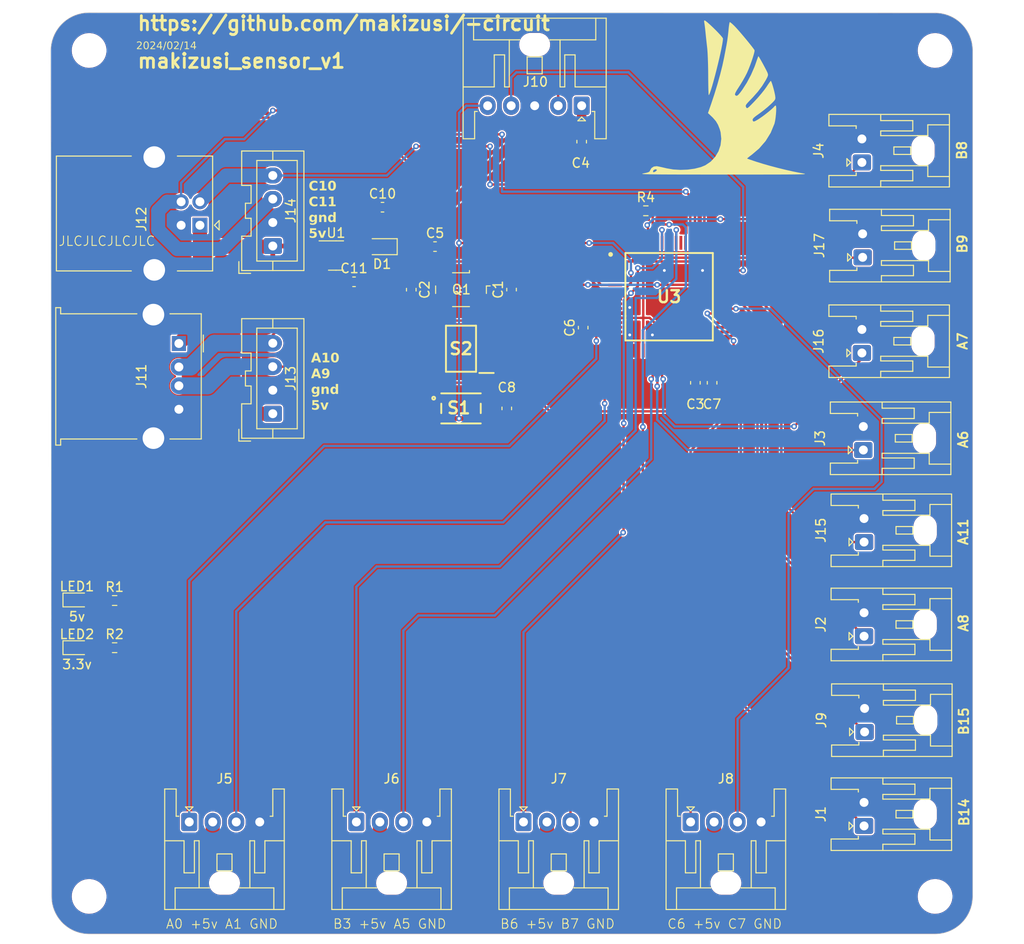
<source format=kicad_pcb>
(kicad_pcb (version 20221018) (generator pcbnew)
  (layers (0 "F.Cu" signal) (31 "B.Cu" signal) (34 "B.Paste" user) (35 "F.Paste" user) (36 "B.SilkS" user "B.Silkscreen") (37 "F.SilkS" user "F.Silkscreen") (38 "B.Mask" user) (39 "F.Mask" user) (44 "Edge.Cuts" user))
  (net 0 "")
  (net 1 "Net-(U3-PH0-OSC_IN)")
  (net 2 "Net-(U3-PH1-OSC_OUT)")
  (net 3 "GND")
  (net 4 "Net-(U3-VCAP_1)")
  (net 5 "+3.3V")
  (net 6 "nrst")
  (net 7 "swclk")
  (net 8 "swdio")
  (net 9 "Net-(U1-OUT)")
  (net 10 "B6")
  (net 11 "B7")
  (net 12 "B8")
  (net 13 "B9")
  (net 14 "Net-(U1-ADJ)")
  (net 15 "Net-(LED1-A)")
  (net 16 "Net-(LED2-A)")
  (net 17 "C6")
  (net 18 "C7")
  (net 19 "C8")
  (net 20 "C9")
  (net 21 "C10")
  (net 22 "C11")
  (net 23 "Net-(U3-BOOT0)")
  (net 24 "Net-(U3-PC3)")
  (net 25 "Net-(U3-PC2)")
  (net 26 "+5V")
  (net 27 "Net-(U3-PC1)")
  (net 28 "A9")
  (net 29 "A10")
  (net 30 "Net-(U3-PC0)")
  (net 34 "A0")
  (net 35 "A1")
  (net 36 "B15")
  (net 37 "B14")
  (net 39 "A8")
  (net 40 "A11")
  (net 41 "A6")
  (net 44 "A7")
  (net 45 "B3")
  (net 46 "A5")
  (net 50 "A2")
  (net 51 "A3")
  (net 52 "B0")
  (net 53 "B1")
  (net 58 "B2")
  (footprint "Diode_SMD:D_SOD-323" (layer "F.Cu") (at 141.1647 70.8762 180)
    (fp_text reference "D1")
    (fp_text value "BAT60JFILM")
  )
  (footprint "Capacitor_SMD:C_0603_1608Metric" (layer "F.Cu") (at 176.276 85.357 -90)
    (fp_text reference "C7")
    (fp_text value "0.1uF")
  )
  (footprint "Connector_JST:JST_XA_S04B-XASK-1_1x04_P2.50mm_Horizontal" (layer "F.Cu") (at 120.65 132.08)
    (fp_text reference "J5")
    (fp_text value "encoder")
  )
  (footprint "Connector_JST:JST_XA_S02B-XASK-1_1x02_P2.50mm_Horizontal" (layer "F.Cu") (at 192.5 122.5 90)
    (fp_text reference "J9")
    (fp_text value "LS")
  )
  (footprint "Crystal:Crystal_SMD_Abracon_ABM3B-4Pin_5.0x3.2mm" (layer "F.Cu") (at 149.563 75.451 180)
    (fp_text reference "Q1")
    (fp_text value "ABM3B-8.000MHZ-B2-T")
  )
  (footprint "Connector_JST:JST_XA_S02B-XASK-1_1x02_P2.50mm_Horizontal" (layer "F.Cu") (at 192.36718 92.508153 90)
    (fp_text reference "J3")
    (fp_text value "LS")
  )
  (footprint "Resistor_SMD:R_0603_1608Metric" (layer "F.Cu") (at 112.713 108.518)
    (fp_text reference "R1")
    (fp_text value "4.7k")
  )
  (footprint "Capacitor_SMD:C_0603_1608Metric" (layer "F.Cu") (at 154.94 75.44 90)
    (fp_text reference "C1")
    (fp_text value "22pF")
  )
  (footprint "MountingHole:MountingHole_3.2mm_M3" (layer "F.Cu") (at 110 140)
    (fp_text reference "REF**" hide)
    (fp_text value "MountingHole_3.2mm_M3")
  )
  (footprint "LED_SMD:LED_0603_1608Metric" (layer "F.Cu") (at 108.703 108.458)
    (fp_text reference "LED1")
    (fp_text value "5v")
  )
  (footprint "Connector_USB:USB_A_Molex_67643_Horizontal" (layer "F.Cu") (at 119.55 81.175 -90)
    (fp_text reference "J11")
    (fp_text value "USB_A")
  )
  (footprint "MountingHole:MountingHole_3.2mm_M3" (layer "F.Cu") (at 110 50)
    (fp_text reference "REF**" hide)
    (fp_text value "MountingHole_3.2mm_M3")
  )
  (footprint "Resistor_SMD:R_0603_1608Metric" (layer "F.Cu") (at 169.227 67.056)
    (fp_text reference "R4")
    (fp_text value "10k")
  )
  (footprint "Connector_JST:JST_XA_B04B-XASK-1_1x04_P2.50mm_Vertical" (layer "F.Cu") (at 129.54 70.805 90)
    (fp_text reference "J14")
    (fp_text value "Conn_01x04")
  )
  (footprint "Connector_JST:JST_XA_S02B-XASK-1_1x02_P2.50mm_Horizontal" (layer "F.Cu") (at 192.44367 112.319004 90)
    (fp_text reference "J2")
    (fp_text value "LS")
  )
  (footprint "MountingHole:MountingHole_3.2mm_M3" (layer "F.Cu") (at 200 140)
    (fp_text reference "REF**" hide)
    (fp_text value "MountingHole_3.2mm_M3")
  )
  (footprint "Connector_JST:JST_XA_S04B-XASK-1_1x04_P2.50mm_Horizontal" (layer "F.Cu") (at 173.99 132.08)
    (fp_text reference "J8")
    (fp_text value "encoder")
  )
  (footprint "Capacitor_SMD:C_0603_1608Metric" (layer "F.Cu") (at 162.4 59.703 -90)
    (fp_text reference "C4")
    (fp_text value "0.1uF")
  )
  (footprint "Connector_JST:JST_XA_S02B-XASK-1_1x02_P2.50mm_Horizontal" (layer "F.Cu") (at 192.214201 61.912244 90)
    (fp_text reference "J4")
    (fp_text value "LS")
  )
  (footprint "Library:sken" (layer "F.Cu") (at 177.604293 61.444813)
    (fp_text reference "G***" hide)
    (fp_text value "LOGO" hide)
  )
  (footprint "SamacSys:QFP50P1200X1200X160-64N" (layer "F.Cu") (at 171.704 76.2)
    (fp_text reference "U3")
    (fp_text value "STM32F446RCT7" hide)
  )
  (footprint "Capacitor_SMD:C_0603_1608Metric" (layer "F.Cu") (at 146.799 70.866)
    (fp_text reference "C5")
    (fp_text value "0.1uF")
  )
  (footprint "Connector_USB:USB_B_Lumberg_2411_02_Horizontal" (layer "F.Cu") (at 121.7875 68.595 180)
    (fp_text reference "J12")
    (fp_text value "USB_B")
  )
  (footprint "Package_TO_SOT_SMD:SOT-23-5" (layer "F.Cu") (at 136.2655 71.816)
    (fp_text reference "U1")
    (fp_text value "SPX3819M5-L")
  )
  (footprint "LED_SMD:LED_0603_1608Metric" (layer "F.Cu") (at 108.703 113.538)
    (fp_text reference "LED2")
    (fp_text value "3.3v")
  )
  (footprint "Connector_JST:JST_XA_S05B-XASK-1_1x05_P2.50mm_Horizontal" (layer "F.Cu") (at 162.4 55.88 180)
    (fp_text reference "J10")
    (fp_text value "stlink")
  )
  (footprint "Connector_JST:JST_XA_B04B-XASK-1_1x04_P2.50mm_Vertical" (layer "F.Cu") (at 129.54 88.645 90)
    (fp_text reference "J13")
    (fp_text value "Conn_01x04")
  )
  (footprint "Connector_JST:JST_XA_S02B-XASK-1_1x02_P2.50mm_Horizontal" (layer "F.Cu") (at 192.44367 102.298844 90)
    (fp_text reference "J15")
    (fp_text value "LS")
  )
  (footprint "MountingHole:MountingHole_3.2mm_M3" (layer "F.Cu") (at 200 50)
    (fp_text reference "REF**" hide)
    (fp_text value "MountingHole_3.2mm_M3")
  )
  (footprint "Connector_JST:JST_XA_S02B-XASK-1_1x02_P2.50mm_Horizontal" (layer "F.Cu") (at 192.44367 132.5 90)
    (fp_text reference "J1")
    (fp_text value "LS")
  )
  (footprint "SamacSys:SMT_4.2X3.2_" (layer "F.Cu") (at 149.563 88.081)
    (fp_text reference "S1")
    (fp_text value "SKRPACE010" hide)
  )
  (footprint "Connector_JST:JST_XA_S02B-XASK-1_1x02_P2.50mm_Horizontal" (layer "F.Cu") (at 192.214201 82.182034 90)
    (fp_text reference "J16")
    (fp_text value "LS")
  )
  (footprint "Connector_JST:JST_XA_S04B-XASK-1_1x04_P2.50mm_Horizontal" (layer "F.Cu") (at 138.43 132.08)
    (fp_text reference "J6")
    (fp_text value "encoder")
  )
  (footprint "SamacSys:NE555DR" (layer "F.Cu") (at 149.563 81.731 180)
    (fp_text reference "S2")
    (fp_text value "KHS42E" hide)
  )
  (footprint "Capacitor_SMD:C_0603_1608Metric" (layer "F.Cu") (at 144.272 75.451 -90)
    (fp_text reference "C2")
    (fp_text value "22pF")
  )
  (footprint "Capacitor_SMD:C_0603_1608Metric" (layer "F.Cu") (at 141.211 66.675)
    (fp_text reference "C10")
    (fp_text value "2.2uF")
  )
  (footprint "Capacitor_SMD:C_0603_1608Metric" (layer "F.Cu") (at 138.1835 74.61)
    (fp_text reference "C11")
    (fp_text value "4.7nF")
  )
  (footprint "Connector_JST:JST_XA_S02B-XASK-1_1x02_P2.50mm_Horizontal" (layer "F.Cu") (at 192.29069 72.008894 90)
    (fp_text reference "J17")
    (fp_text value "LS")
  )
  (footprint "Resistor_SMD:R_0603_1608Metric" (layer "F.Cu") (at 112.713 113.538)
    (fp_text reference "R2")
    (fp_text value "1k")
  )
  (footprint "Capacitor_SMD:C_0603_1608Metric" (layer "F.Cu") (at 154.432 88.081 90)
    (fp_text reference "C8")
    (fp_text value "0.1uF")
  )
  (footprint "Connector_JST:JST_XA_S04B-XASK-1_1x04_P2.50mm_Horizontal" (layer "F.Cu") (at 156.21 132.08)
    (fp_text reference "J7")
    (fp_text value "encoder")
  )
  (footprint "Capacitor_SMD:C_0603_1608Metric" (layer "F.Cu") (at 174.498 85.357 -90)
    (fp_text reference "C3")
    (fp_text value "4.7uF")
  )
  (footprint "Capacitor_SMD:C_0603_1608Metric" (layer "F.Cu") (at 162.56 79.489 90)
    (fp_text reference "C6")
    (fp_text value "0.1uF" hide)
  )
  (gr_line (start 105.918 50.038) (end 106 140) (stroke (width 0.05)) (layer "Edge.Cuts"))
  (gr_arc (start 200 46) (mid 202.828427 47.171573) (end 204 50) (stroke (width 0.05)) (layer "Edge.Cuts"))
  (gr_line (start 204 140) (end 204 50) (stroke (width 0.05)) (layer "Edge.Cuts"))
  (gr_arc (start 110 144) (mid 107.171573 142.828427) (end 106 140) (stroke (width 0.05)) (layer "Edge.Cuts"))
  (gr_arc (start 105.918 50.038) (mid 107.108318 47.164318) (end 109.982 45.974) (stroke (width 0.05)) (layer "Edge.Cuts"))
  (gr_arc (start 204 140) (mid 202.828427 142.828427) (end 200 144) (stroke (width 0.05)) (layer "Edge.Cuts"))
  (gr_line (start 200 46) (end 109.982 45.974) (stroke (width 0.05)) (layer "Edge.Cuts"))
  (gr_line (start 110 144) (end 200 144) (stroke (width 0.05)) (layer "Edge.Cuts"))
  (gr_text "A11" (at 203.579417 102.723656 90) (layer "F.SilkS") (effects (font (size 1 1) (thickness 0.2) bold) (justify left bottom)))
  (gr_text "https://github.com/makizusi/-circuit" (at 115 48) (layer "F.SilkS") (effects (font (size 1.5 1.5) (thickness 0.3) bold) (justify left bottom)))
  (gr_text "B9" (at 203.48919 71.684793 90) (layer "F.SilkS") (effects (font (size 1 1) (thickness 0.2) bold) (justify left bottom)))
  (gr_text "A10\nA9\ngnd\n5v" (at 133.604 88.392) (layer "F.SilkS") (effects (font (size 1 1) (thickness 0.1)) (justify left bottom)))
  (gr_text "2024/02/14" (at 115 50) (layer "F.SilkS") (effects (font (size 0.8 0.8) (thickness 0.1) italic) (justify left bottom)))
  (gr_text "A7" (at 203.513641 81.953931 90) (layer "F.SilkS") (effects (font (size 1 1) (thickness 0.2) bold) (justify left bottom)))
  (gr_text "B6 +5v B7 GND" (at 153.67 143.51) (layer "F.SilkS") (effects (font (size 1 1) (thickness 0.1)) (justify left bottom)))
  (gr_text "B3 +5v A5 GND" (at 135.89 143.51) (layer "F.SilkS") (effects (font (size 1 1) (thickness 0.1)) (justify left bottom)))
  (gr_text "B14" (at 203.679682 132.63115 90) (layer "F.SilkS") (effects (font (size 1 1) (thickness 0.2) bold) (justify left bottom)))
  (gr_text "C10\nC11\ngnd\n5v" (at 133.35 70.104) (layer "F.SilkS") (effects (font (size 1 1) (thickness 0.1)) (justify left bottom)))
  (gr_text "makizusi_sensor_v1" (at 115 52) (layer "F.SilkS") (effects (font (size 1.5 1.5) (thickness 0.3) bold) (justify left bottom)))
  (gr_text "JLCJLCJLCJLC" (at 106.68 70.866) (layer "F.SilkS") (effects (font (size 1 1) (thickness 0.1)) (justify left bottom)))
  (gr_text "C6 +5v C7 GND" (at 171.45 143.51) (layer "F.SilkS") (effects (font (size 1 1) (thickness 0.1)) (justify left bottom)))
  (gr_text "A6" (at 203.562541 92.418671 90) (layer "F.SilkS") (effects (font (size 1 1) (thickness 0.2) bold) (justify left bottom)))
  (gr_text "A0 +5v A1 GND" (at 118.11 143.51) (layer "F.SilkS") (effects (font (size 1 1) (thickness 0.1)) (justify left bottom)))
  (gr_text "A8" (at 203.606331 111.946172 90) (layer "F.SilkS") (effects (font (size 1 1) (thickness 0.2) bold) (justify left bottom)))
  (gr_text "B15" (at 203.643006 122.94882 90) (layer "F.SilkS") (effects (font (size 1 1) (thickness 0.2) bold) (justify left bottom)))
  (gr_text "B8" (at 203.44029 61.733509 90) (layer "F.SilkS") (effects (font (size 1 1) (thickness 0.2) bold) (justify left bottom)))
  (segment (start 155.945 73.66) (end 154.94 74.665) (width 0.25) (layer "F.Cu") (net 1))
  (segment (start 153.924 74.676) (end 153.935 74.665) (width 1) (layer "F.Cu") (net 1))
  (segment (start 153.499 74.251) (end 153.924 74.676) (width 1) (layer "F.Cu") (net 1))
  (segment (start 163.83 73.66) (end 155.945 73.66) (width 0.25) (layer "F.Cu") (net 1))
  (segment (start 153.935 74.665) (end 154.94 74.665) (width 1) (layer "F.Cu") (net 1))
  (segment (start 151.563 74.251) (end 153.499 74.251) (width 1) (layer "F.Cu") (net 1))
  (segment (start 165.966 74.45) (end 164.62 74.45) (width 0.25) (layer "F.Cu") (net 1))
  (segment (start 164.62 74.45) (end 163.83 73.66) (width 0.25) (layer "F.Cu") (net 1))
  (segment (start 164.485 74.95) (end 163.83 74.295) (width 0.25) (layer "F.Cu") (net 2))
  (segment (start 165.966 74.95) (end 164.485 74.95) (width 0.25) (layer "F.Cu") (net 2))
  (segment (start 163.83 74.295) (end 156.845 74.295) (width 0.25) (layer "F.Cu") (net 2))
  (segment (start 145.568 76.226) (end 145.993 76.651) (width 1) (layer "F.Cu") (net 2))
  (segment (start 155.6524 75.4876) (end 148.7264 75.4876) (width 0.25) (layer "F.Cu") (net 2))
  (segment (start 144.272 76.226) (end 145.568 76.226) (width 1) (layer "F.Cu") (net 2))
  (segment (start 145.993 76.651) (end 147.563 76.651) (width 1) (layer "F.Cu") (net 2))
  (segment (start 156.845 74.295) (end 155.6524 75.4876) (width 0.25) (layer "F.Cu") (net 2))
  (segment (start 148.7264 75.4876) (end 147.563 76.651) (width 0.25) (layer "F.Cu") (net 2))
  (segment (start 168.454 70.462) (end 168.454 67.108) (width 0.25) (layer "F.Cu") (net 3))
  (segment (start 168.454 67.108) (end 168.402 67.056) (width 0.25) (layer "F.Cu") (net 3))
  (via (at 167.513 80.264) (size 0.6) (drill 0.3) (layers "F.Cu" "B.Cu") (net 3))
  (via (at 169.926 80.264) (size 0.6) (drill 0.3) (layers "F.Cu" "B.Cu") (net 3))
  (via (at 175.26 73.406) (size 0.6) (drill 0.3) (layers "F.Cu" "B.Cu") (net 3))
  (via (at 171.196 73.406) (size 0.6) (drill 0.3) (layers "F.Cu" "B.Cu") (net 3))
  (via (at 167.513 77.343) (size 0.6) (drill 0.3) (layers "F.Cu" "B.Cu") (net 3))
  (segment (start 174.498 84.582) (end 174.454 84.538) (width 0.25) (layer "F.Cu") (net 4))
  (segment (start 174.454 84.538) (end 174.454 81.938) (width 0.25) (layer "F.Cu") (net 4))
  (segment (start 146.0551 68.8391) (end 145.5471 69.3471) (width 1) (layer "F.Cu") (net 5))
  (segment (start 146.0138 70.8762) (end 146.024 70.866) (width 1) (layer "F.Cu") (net 5))
  (segment (start 144.018 70.8762) (end 146.0138 70.8762) (width 1) (layer "F.Cu") (net 5))
  (segment (start 113.03 111.76) (end 107.95 111.76) (width 0.25) (layer "F.Cu") (net 5))
  (segment (start 145.5471 69.3471) (end 145.2931 69.6011) (width 1) (layer "F.Cu") (net 5))
  (segment (start 146.024 64.02425) (end 146.024 70.866) (width 0.25) (layer "F.Cu") (net 5))
  (segment (start 146.05 70.892) (end 146.024 70.866) (width 0.25) (layer "F.Cu") (net 5))
  (segment (start 146.11 72.45) (end 146.05 72.39) (width 0.25) (layer "F.Cu") (net 5))
  (segment (start 165.966 72.45) (end 146.11 72.45) (width 0.25) (layer "F.Cu") (net 5))
  (segment (start 139.14975 57.15) (end 146.024 64.02425) (width 0.25) (layer "F.Cu") (net 5))
  (segment (start 146.024 69.824) (end 146.024 68.8702) (width 0.25) (layer "F.Cu") (net 5))
  (segment (start 165.966 72.45) (end 167.64 72.45) (width 0.25) (layer "F.Cu") (net 5))
  (segment (start 155.956 58.928) (end 151.638 63.246) (width 1) (layer "F.Cu") (net 5))
  (segment (start 162.56 80.01) (end 162.56 80.264) (width 0.25) (layer "F.Cu") (net 5))
  (segment (start 168.954 72.494) (end 168.91 72.45) (width 0.25) (layer "F.Cu") (net 5))
  (segment (start 146.4361 68.4581) (end 146.0551 68.8391) (width 1) (layer "F.Cu") (net 5))
  (segment (start 174.4683 80.01) (end 175.454 80.9957) (width 0.25) (layer "F.Cu") (net 5))
  (segment (start 106.15 60.22) (end 109.22 57.15) (width 0.25) (layer "F.Cu") (net 5))
  (segment (start 171.196 80.01) (end 174.4683 80.01) (width 0.25) (layer "F.Cu") (net 5))
  (segment (start 145.2931 70.1351) (end 145.6042 69.824) (width 1) (layer "F.Cu") (net 5))
  (segment (start 145.2931 69.6011) (end 145.2931 70.1351) (width 1) (layer "F.Cu") (net 5))
  (segment (start 106.15 109.96) (end 106.15 60.22) (width 0.25) (layer "F.Cu") (net 5))
  (segment (start 144.018 70.8762) (end 146.0551 68.8391) (width 1) (layer "F.Cu") (net 5))
  (segment (start 113.538 112.268) (end 113.03 111.76) (width 0.25) (layer "F.Cu") (net 5))
  (segment (start 145.5471 69.3471) (end 146.024 69.824) (width 0.25) (layer "F.Cu") (net 5))
  (segment (start 146.05 72.39) (end 146.05 70.892) (width 0.25) (layer "F.Cu") (net 5))
  (segment (start 162.4 55.88) (end 162.4 58.928) (width 1) (layer "F.Cu") (net 5))
  (segment (start 167.954 72.136) (end 168.268 72.45) (width 0.25) (layer "F.Cu") (net 5))
  (segment (start 146.024 68.8702) (end 146.024 70.866) (width 1) (layer "F.Cu") (net 5))
  (segment (start 145.2931 70.1351) (end 146.024 70.866) (width 1) (layer "F.Cu") (net 5))
  (segment (start 151.638 63.246) (end 151.638 63.2562) (width 1) (layer "F.Cu") (net 5))
  (segment (start 175.454 81.938) (end 175.454 82.744) (width 0.25) (layer "F.Cu") (net 5))
  (segment (start 164.247 78.45) (end 165.966 78.45) (width 0.25) (layer "F.Cu") (net 5))
  (segment (start 162.56 80.137) (end 164.247 78.45) (width 0.25) (layer "F.Cu") (net 5))
  (segment (start 109.22 57.15) (end 139.14975 57.15) (width 0.25) (layer "F.Cu") (net 5))
  (segment (start 145.6042 69.824) (end 146.024 69.824) (width 1) (layer "F.Cu") (net 5))
  (segment (start 162.56 80.264) (end 162.56 80.137) (width 0.25) (layer "F.Cu") (net 5))
  (segment (start 169.636 78.45) (end 171.196 80.01) (width 0.25) (layer "F.Cu") (net 5))
  (segment (start 113.538 113.538) (end 113.538 112.268) (width 0.25) (layer "F.Cu") (net 5))
  (segment (start 175.454 80.9957) (end 175.454 81.938) (width 0.25) (layer "F.Cu") (net 5))
  (segment (start 167.954 70.462) (end 167.954 72.136) (width 0.25) (layer "F.Cu") (net 5))
  (segment (start 146.024 68.8702) (end 146.0551 68.8391) (width 0.25) (layer "F.Cu") (net 5))
  (segment (start 146.024 70.866) (end 146.024 69.824) (width 0.25) (layer "F.Cu") (net 5))
  (segment (start 168.91 72.45) (end 177.442 72.45) (width 0.25) (layer "F.Cu") (net 5))
  (segment (start 175.454 82.744) (end 176.276 83.566) (width 0.25) (layer "F.Cu") (net 5))
  (segment (start 167.64 72.45) (end 167.954 72.136) (width 0.25) (layer "F.Cu") (net 5))
  (segment (start 162.4 58.928) (end 155.956 58.928) (width 1) (layer "F.Cu") (net 5))
  (segment (start 146.4361 68.4581) (end 146.024 68.8702) (width 1) (layer "F.Cu") (net 5))
  (segment (start 165.966 78.45) (end 169.636 78.45) (width 0.25) (layer "F.Cu") (net 5))
  (segment (start 151.638 63.2562) (end 146.4361 68.4581) (width 1) (layer "F.Cu") (net 5))
  (segment (start 168.268 72.45) (end 168.91 72.45) (width 0.25) (layer "F.Cu") (net 5))
  (segment (start 142.3047 70.8762) (end 144.018 70.8762) (width 1) (layer "F.Cu") (net 5))
  (segment (start 168.954 81.938) (end 168.954 72.494) (width 0.25) (layer "F.Cu") (net 5))
  (segment (start 107.95 111.76) (end 106.15 109.96) (width 0.25) (layer "F.Cu") (net 5))
  (segment (start 176.276 83.566) (end 176.276 84.582) (width 0.25) (layer "F.Cu") (net 5))
  (segment (start 145.2931 69.6011) (end 144.018 70.8762) (width 1) (layer "F.Cu") (net 5))
  (segment (start 167.64 72.45) (end 168.91 72.45) (width 0.25) (layer "F.Cu") (net 5))
  (segment (start 163.195 70.485) (end 149.352 70.485) (width 0.25) (layer "F.Cu") (net 6))
  (segment (start 167.64 73.66) (end 167.64 74.7183) (width 0.25) (layer "F.Cu") (net 6))
  (segment (start 166.9083 75.45) (end 165.966 75.45) (width 0.25) (layer "F.Cu") (net 6))
  (segment (start 167.64 74.7183) (end 166.9083 75.45) (width 0.25) (layer "F.Cu") (net 6))
  (segment (start 149.352 89.156) (end 154.132 89.156) (width 0.5) (layer "F.Cu") (net 6))
  (segment (start 147.488 89.156) (end 149.352 89.156) (width 0.5) (layer "F.Cu") (net 6))
  (segment (start 154.132 89.156) (end 154.432 88.856) (width 0.5) (layer "F.Cu") (net 6))
  (via (at 163.195 70.485) (size 0.6) (drill 0.3) (layers "F.Cu" "B.Cu") (net 6))
  (via (at 149.352 89.156) (size 0.6) (drill 0.3) (layers "F.Cu" "B.Cu") (net 6))
  (via (at 167.64 73.66) (size 0.6) (drill 0.3) (layers "F.Cu" "B.Cu") (net 6))
  (via (at 149.352 70.485) (size 0.6) (drill 0.3) (layers "F.Cu" "B.Cu") (net 6))
  (segment (start 150.114 55.88) (end 149.352 56.642) (width 0.25) (layer "B.Cu") (net 6))
  (segment (start 149.352 70.485) (end 149.352 89.156) (width 0.25) (layer "B.Cu") (net 6))
  (segment (start 167.64 72.39) (end 165.735 70.485) (width 0.25) (layer "B.Cu") (net 6))
  (segment (start 152.4 55.88) (end 150.114 55.88) (width 0.25) (layer "B.Cu") (net 6))
  (segment (start 165.735 70.485) (end 163.195 70.485) (width 0.25) (layer "B.Cu") (net 6))
  (segment (start 167.64 73.66) (end 167.64 72.39) (width 0.25) (layer "B.Cu") (net 6))
  (segment (start 149.352 56.642) (end 149.352 70.485) (width 0.25) (layer "B.Cu") (net 6))
  (segment (start 160.02 53.086) (end 166.116 53.086) (width 0.25) (layer "F.Cu") (net 7))
  (segment (start 175.454 62.424) (end 175.454 70.462) (width 0.25) (layer "F.Cu") (net 7))
  (segment (start 159.9 53.206) (end 160.02 53.086) (width 0.25) (layer "F.Cu") (net 7))
  (segment (start 159.9 55.88) (end 159.9 53.206) (width 0.25) (layer "F.Cu") (net 7))
  (segment (start 166.116 53.086) (end 175.454 62.424) (width 0.25) (layer "F.Cu") (net 7))
  (segment (start 177.486 73.406) (end 177.442 73.45) (width 0.25) (layer "F.Cu") (net 8))
  (segment (start 179.578 73.406) (end 177.486 73.406) (width 0.25) (layer "F.Cu") (net 8))
  (via (at 179.578 73.406) (size 0.6) (drill 0.3) (layers "F.Cu" "B.Cu") (net 8))
  (segment (start 154.9 55.88) (end 154.9 52.872) (width 0.25) (layer "B.Cu") (net 8))
  (segment (start 155.448 52.324) (end 167.386 52.324) (width 0.25) (layer "B.Cu") (net 8))
  (segment (start 154.9 52.872) (end 155.448 52.324) (width 0.25) (layer "B.Cu") (net 8))
  (segment (start 167.386 52.324) (end 179.578 64.516) (width 0.25) (layer "B.Cu") (net 8))
  (segment (start 179.578 64.516) (end 179.578 73.406) (width 0.25) (layer "B.Cu") (net 8))
  (segment (start 137.403 70.866) (end 140.0145 70.866) (width 1) (layer "F.Cu") (net 9))
  (segment (start 140.436 70.4649) (end 140.0247 70.8762) (width 1) (layer "F.Cu") (net 9))
  (segment (start 140.0145 70.866) (end 140.0247 70.8762) (width 1) (layer "F.Cu") (net 9))
  (segment (start 140.436 66.675) (end 140.436 70.4649) (width 1) (layer "F.Cu") (net 9))
  (segment (start 167.64 75.819) (end 168.3771 75.0819) (width 0.25) (layer "F.Cu") (net 10))
  (segment (start 166.8566 101.2404) (end 166.8566 89.6834) (width 0.25) (layer "F.Cu") (net 10))
  (segment (start 168.3771 75.0819) (end 168.3771 73.152) (width 0.25) (layer "F.Cu") (net 10))
  (segment (start 170.942 69.088) (end 170.954 69.1) (width 0.25) (layer "F.Cu") (net 10))
  (segment (start 166.8145 101.2825) (end 166.8566 101.2404) (width 0.25) (layer "F.Cu") (net 10))
  (segment (start 166.8566 89.6834) (end 166.878 89.662) (width 0.25) (layer "F.Cu") (net 10))
  (segment (start 170.954 69.1) (end 170.954 70.462) (width 0.25) (layer "F.Cu") (net 10))
  (via (at 170.942 69.088) (size 0.6) (drill 0.3) (layers "F.Cu" "B.Cu") (net 10))
  (via (at 166.878 89.662) (size 0.6) (drill 0.3) (layers "F.Cu" "B.Cu") (net 10))
  (via (at 167.64 75.819) (size 0.6) (drill 0.3) (layers "F.Cu" "B.Cu") (net 10))
  (via (at 168.3771 73.152) (size 0.6) (drill 0.3) (layers "F.Cu" "B.Cu") (net 10))
  (via (at 166.8145 101.2825) (size 0.6) (drill 0.3) (layers "F.Cu" "B.Cu") (net 10))
  (segment (start 166.878 89.662) (end 166.878 76.581) (width 0.25) (layer "B.Cu") (net 10))
  (segment (start 170.942 69.088) (end 170.942 72.136) (width 0.25) (layer "B.Cu") (net 10))
  (segment (start 166.8145 101.2825) (end 156.21 111.887) (width 0.25) (layer "B.Cu") (net 10))
  (segment (start 166.878 76.581) (end 167.64 75.819) (width 0.25) (layer "B.Cu") (net 10))
  (segment (start 170.942 72.136) (end 169.926 73.152) (width 0.25) (layer "B.Cu") (net 10))
  (segment (start 169.926 73.152) (end 168.3771 73.152) (width 0.25) (layer "B.Cu") (net 10))
  (segment (start 156.21 111.887) (end 156.21 132.08) (width 0.25) (layer "B.Cu") (net 10))
  (segment (start 161.21 115.850416) (end 168.91 108.150416) (width 0.25) (layer "F.Cu") (net 11))
  (segment (start 161.21 132.08) (end 161.21 115.850416) (width 0.25) (layer "F.Cu") (net 11))
  (segment (start 170.3646 68.848833) (end 170.3646 69.327167) (width 0.25) (layer "F.Cu") (net 11))
  (segment (start 168.91 90.805) (end 168.91 90.043) (width 0.25) (layer "F.Cu") (net 11))
  (segment (start 168.91 108.150416) (end 168.91 90.805) (width 0.25) (layer "F.Cu") (net 11))
  (segment (start 170.702833 68.5106) (end 170.3646 68.848833) (width 0.25) (layer "F.Cu") (net 11))
  (segment (start 170.3646 69.327167) (end 170.454 69.416567) (width 0.25) (layer "F.Cu") (net 11))
  (segment (start 170.454 69.416567) (end 170.454 70.462) (width 0.25) (layer "F.Cu") (net 11))
  (segment (start 171.704 68.5219) (end 171.6927 68.5106) (width 0.25) (layer "F.Cu") (net 11))
  (segment (start 171.6927 68.5106) (end 170.702833 68.5106) (width 0.25) (layer "F.Cu") (net 11))
  (via (at 171.704 68.5219) (size 0.6) (drill 0.3) (layers "F.Cu" "B.Cu") (net 11))
  (via (at 168.91 90.043) (size 0.6) (drill 0.3) (layers "F.Cu" "B.Cu") (net 11))
  (segment (start 168.91 90.043) (end 168.91 79.756) (width 0.25) (layer "B.Cu") (net 11))
  (segment (start 173.1586 68.5106) (end 171.7153 68.5106) (width 0.25) (layer "B.Cu") (net 11))
  (segment (start 173.482 75.184) (end 173.482 68.834) (width 0.25) (layer "B.Cu") (net 11))
  (segment (start 171.7153 68.5106) (end 171.704 68.5219) (width 0.25) (layer "B.Cu") (net 11))
  (segment (start 173.482 68.834) (end 173.1586 68.5106) (width 0.25) (layer "B.Cu") (net 11))
  (segment (start 171.958 76.708) (end 173.482 75.184) (width 0.25) (layer "B.Cu") (net 11))
  (segment (start 168.91 79.756) (end 171.958 76.708) (width 0.25) (layer "B.Cu") (net 11))
  (segment (start 169.3771 68.58) (end 169.454 68.6569) (width 0.25) (layer "F.Cu") (net 12))
  (segment (start 192.214201 61.912244) (end 186.181445 67.945) (width 0.25) (layer "F.Cu") (net 12))
  (segment (start 186.181445 67.945) (end 177.165 67.945) (width 0.25) (layer "F.Cu") (net 12))
  (segment (start 169.454 68.6569) (end 169.454 70.462) (width 0.25) (layer "F.Cu") (net 12))
  (via (at 177.165 67.945) (size 0.6) (drill 0.3) (layers "F.Cu" "B.Cu") (net 12))
  (via (at 169.3771 68.58) (size 0.6) (drill 0.3) (layers "F.Cu" "B.Cu") (net 12))
  (segment (start 170.0121 67.945) (end 177.165 67.945) (width 0.25) (layer "B.Cu") (net 12))
  (segment (start 169.3771 68.58) (end 170.0121 67.945) (width 0.25) (layer "B.Cu") (net 12))
  (segment (start 169.2026 72.0476) (end 168.954 71.799) (width 0.25) (layer "F.Cu") (net 13))
  (segment (start 192.251984 72.0476) (end 178.4819 72.0476) (width 0.25) (layer "F.Cu") (net 13))
  (segment (start 176.4271 72.0476) (end 169.2026 72.0476) (width 0.25) (layer "F.Cu") (net 13))
  (segment (start 168.954 71.799) (end 168.954 70.462) (width 0.25) (layer "F.Cu") (net 13))
  (segment (start 176.4521 72.0226) (end 176.4271 72.0476) (width 0.25) (layer "F.Cu") (net 13))
  (segment (start 192.29069 72.008894) (end 192.251984 72.0476) (width 0.25) (layer "F.Cu") (net 13))
  (segment (start 178.4569 72.0226) (end 176.4521 72.0226) (width 0.25) (layer "F.Cu") (net 13))
  (segment (start 178.4819 72.0476) (end 178.4569 72.0226) (width 0.25) (layer "F.Cu") (net 13))
  (segment (start 137.4085 72.7715) (end 137.403 72.766) (width 1) (layer "F.Cu") (net 14))
  (segment (start 137.4085 74.61) (end 137.4085 72.7715) (width 1) (layer "F.Cu") (net 14))
  (segment (start 109.4905 108.458) (end 111.828 108.458) (width 1) (layer "F.Cu") (net 15))
  (segment (start 111.828 108.458) (end 111.888 108.518) (width 1) (layer "F.Cu") (net 15))
  (segment (start 109.4905 113.538) (end 111.888 113.538) (width 1) (layer "F.Cu") (net 16))
  (segment (start 178.562 80.899) (end 178.562 88.011) (width 0.25) (layer "F.Cu") (net 17))
  (segment (start 178.562 88.011) (end 173.99 92.583) (width 0.25) (layer "F.Cu") (net 17))
  (segment (start 175.768 77.978) (end 177.414 77.978) (width 0.25) (layer "F.Cu") (net 17))
  (segment (start 177.414 77.978) (end 177.442 77.95) (width 0.25) (layer "F.Cu") (net 17))
  (segment (start 173.99 92.583) (end 173.99 132.08) (width 0.25) (layer "F.Cu") (net 17))
  (via (at 175.768 77.978) (size 0.6) (drill 0.3) (layers "F.Cu" "B.Cu") (net 17))
  (via (at 178.562 80.899) (size 0.6) (drill 0.3) (layers "F.Cu" "B.Cu") (net 17))
  (segment (start 175.768 77.978) (end 175.768 78.105) (width 0.25) (layer "B.Cu") (net 17))
  (segment (start 175.768 78.105) (end 178.562 80.899) (width 0.25) (layer "B.Cu") (net 17))
  (segment (start 178.816 77.47) (end 177.462 77.47) (width 0.25) (layer "F.Cu") (net 18))
  (segment (start 177.462 77.47) (end 177.442 77.45) (width 0.25) (layer "F.Cu") (net 18))
  (via (at 178.816 77.47) (size 0.6) (drill 0.3) (layers "F.Cu" "B.Cu") (net 18))
  (segment (start 178.99 121.111) (end 184.4084 115.6926) (width 0.25) (layer "B.Cu") (net 18))
  (segment (start 182.47 77.47) (end 178.816 77.47) (width 0.25) (layer "B.Cu") (net 18))
  (segment (start 184.4084 99.3096) (end 187.071 96.647) (width 0.25) (layer "B.Cu") (net 18))
  (segment (start 178.99 132.08) (end 178.99 121.111) (width 0.25) (layer "B.Cu") (net 18))
  (segment (start 194.31 95.885) (end 194.31 89.31) (width 0.25) (layer "B.Cu") (net 18))
  (segment (start 194.31 89.31) (end 182.47 77.47) (width 0.25) (layer "B.Cu") (net 18))
  (segment (start 184.4084 115.6926) (end 184.4084 99.3096) (width 0.25) (layer "B.Cu") (net 18))
  (segment (start 193.548 96.647) (end 194.31 95.885) (width 0.25) (layer "B.Cu") (net 18))
  (segment (start 187.071 96.647) (end 193.548 96.647) (width 0.25) (layer "B.Cu") (net 18))
  (segment (start 174.454 64.98) (end 173.736 64.262) (width 0.25) (layer "F.Cu") (net 21))
  (segment (start 173.736 64.262) (end 152.654 64.262) (width 0.25) (layer "F.Cu") (net 21))
  (segment (start 152.654 60.198) (end 144.78 60.198) (width 0.25) (layer "F.Cu") (net 21))
  (segment (start 174.454 70.462) (end 174.454 64.98) (width 0.25) (layer "F.Cu") (net 21))
  (via (at 152.654 60.198) (size 0.6) (drill 0.3) (layers "F.Cu" "B.Cu") (net 21))
  (via (at 144.78 60.198) (size 0.6) (drill 0.3) (layers "F.Cu" "B.Cu") (net 21))
  (via (at 152.654 64.262) (size 0.6) (drill 0.3) (layers "F.Cu" "B.Cu") (net 21))
  (segment (start 152.654 60.198) (end 152.654 64.262) (width 0.25) (layer "B.Cu") (net 21))
  (segment (start 141.673 63.305) (end 129.54 63.305) (width 0.25) (layer "B.Cu") (net 21))
  (segment (start 144.78 60.198) (end 141.673 63.305) (width 0.25) (layer "B.Cu") (net 21))
  (segment (start 121.7875 66.095) (end 124.5775 63.305) (width 1.5) (layer "B.Cu") (net 21))
  (segment (start 124.5775 63.305) (end 129.54 63.305) (width 1.5) (layer "B.Cu") (net 21))
  (segment (start 142.494 58.928) (end 153.924 58.928) (width 0.25) (layer "F.Cu") (net 22))
  (segment (start 173.954 70.462) (end 173.954 65.496) (width 0.25) (layer "F.Cu") (net 22))
  (segment (start 139.954 56.388) (end 142.494 58.928) (width 0.25) (layer "F.Cu") (net 22))
  (segment (start 129.54 56.388) (end 139.954 56.388) (width 0.25) (layer "F.Cu") (net 22))
  (segment (start 173.954 65.496) (end 173.482 65.024) (width 0.25) (layer "F.Cu") (net 22))
  (via (at 173.482 65.024) (size 0.6) (drill 0.3) (layers "F.Cu" "B.Cu") (net 22))
  (via (at 129.54 56.388) (size 0.6) (drill 0.3) (layers "F.Cu" "B.Cu") (net 22))
  (via (at 153.924 58.928) (size 0.6) (drill 0.3) (layers "F.Cu" "B.Cu") (net 22))
  (segment (start 117.348 69.088) (end 119.38 71.12) (width 1.5) (layer "B.Cu") (net 22))
  (segment (start 126.492 59.436) (end 124.43725 59.436) (width 0.25) (layer "B.Cu") (net 22))
  (segment (start 117.348 67.056) (end 117.348 69.088) (width 1.5) (layer "B.Cu") (net 22))
  (segment (start 129.436732 65.805) (end 129.54 65.805) (width 1.5) (layer "B.Cu") (net 22))
  (segment (start 124.121732 71.12) (end 129.436732 65.805) (width 1.5) (layer "B.Cu") (net 22))
  (segment (start 153.924 58.928) (end 153.924 65.024) (width 0.25) (layer "B.Cu") (net 22))
  (segment (start 119.7875 66.095) (end 118.309 66.095) (width 1.5) (layer "B.Cu") (net 22))
  (segment (start 118.309 66.095) (end 117.348 67.056) (width 1.5) (layer "B.Cu") (net 22))
  (segment (start 153.924 65.024) (end 173.482 65.024) (width 0.25) (layer "B.Cu") (net 22))
  (segment (start 129.54 56.388) (end 126.492 59.436) (width 0.25) (layer "B.Cu") (net 22))
  (segment (start 119.38 71.12) (end 124.121732 71.12) (width 1.5) (layer "B.Cu") (net 22))
  (segment (start 124.43725 59.436) (end 119.7875 64.08575) (width 0.25) (layer "B.Cu") (net 22))
  (segment (start 119.7875 64.08575) (end 119.7875 66.095) (width 0.25) (layer "B.Cu") (net 22))
  (segment (start 170.052 67.056) (end 169.954 67.154) (width 0.25) (layer "F.Cu") (net 23))
  (segment (start 170.052 67.564) (end 170.052 67.056) (width 0.25) (layer "F.Cu") (net 23))
  (segment (start 169.954 67.154) (end 169.954 70.462) (width 0.25) (layer "F.Cu") (net 23))
  (segment (start 158.77 77.45) (end 152.584 83.636) (width 0.25) (layer "F.Cu") (net 24))
  (segment (start 165.966 77.45) (end 158.77 77.45) (width 0.25) (layer "F.Cu") (net 24))
  (segment (start 152.584 83.636) (end 152.038 83.636) (width 0.25) (layer "F.Cu") (net 24))
  (segment (start 153.092 82.366) (end 152.038 82.366) (width 0.25) (layer "F.Cu") (net 25))
  (segment (start 158.508 76.95) (end 153.092 82.366) (width 0.25) (layer "F.Cu") (net 25))
  (segment (start 165.966 76.95) (end 158.508 76.95) (width 0.25) (layer "F.Cu") (net 25))
  (segment (start 140.589 135.128) (end 123.317 135.128) (width 1.5) (layer "F.Cu") (net 26))
  (segment (start 123.15 132.08) (end 123.15 134.961) (width 1.5) (layer "F.Cu") (net 26))
  (segment (start 129.479 70.866) (end 129.54 70.805) (width 1.5) (layer "F.Cu") (net 26))
  (segment (start 175.917 135.128) (end 159.385 135.128) (width 1.5) (layer "F.Cu") (net 26))
  (segment (start 140.93 132.08) (end 140.93 134.787) (width 1.5) (layer "F.Cu") (net 26))
  (segment (start 127 70.866) (end 129.479 70.866) (width 1.5) (layer "F.Cu") (net 26))
  (segment (start 117.9824 108.518) (end 118.0424 108.458) (width 1.5) (layer "F.Cu") (net 26))
  (segment (start 113.538 108.518) (end 117.9824 108.518) (width 1.5) (layer "F.Cu") (net 26))
  (segment (start 129.54 70.805) (end 129.54 72.136) (width 0.5) (layer "F.Cu") (net 26))
  (segment (start 121.7875 72.2685) (end 123.19 70.866) (width 1.5) (layer "F.Cu") (net 26))
  (segment (start 158.71 132.08) (end 158.71 134.453) (width 1.5) (layer "F.Cu") (net 26))
  (segment (start 121.7875 68.595) (end 121.7875 70.866) (width 1.5) (layer "F.Cu") (net 26))
  (segment (start 129.54 72.136) (end 130.17 72.766) (width 0.5) (layer "F.Cu") (net 26))
  (segment (start 140.93 134.787) (end 140.589 135.128) (width 1.5) (layer "F.Cu") (net 26))
  (segment (start 120.142 135.128) (end 118.0424 133.0284) (width 1.5) (layer "F.Cu") (net 26))
  (segment (start 127 87.63) (end 128.015 88.645) (width 1.5) (layer "F.Cu") (net 26))
  (segment (start 118.0424 133.0284) (end 118.0424 108.458) (width 1.5) (layer "F.Cu") (net 26))
  (segment (start 123.15 134.961) (end 123.317 135.128) (width 1.5) (layer "F.Cu") (net 26))
  (segment (start 128.015 88.645) (end 129.54 88.645) (width 1.5) (layer "F.Cu") (net 26))
  (segment (start 135.067 70.805) (end 135.128 70.866) (width 0.5) (layer "F.Cu") (net 26))
  (segment (start 121.7875 73.66) (end 121.7875 78.9375) (width 1.5) (layer "F.Cu") (net 26))
  (segment (start 129.54 70.805) (end 135.067 70.805) (width 0.5) (layer "F.Cu") (net 26))
  (segment (start 159.385 135.128) (end 140.589 135.128) (width 1.5) (layer "F.Cu") (net 26))
  (segment (start 121.7875 73.66) (end 121.7875 72.2685) (width 1.5) (layer "F.Cu") (net 26))
  (segment (start 121.7875 78.9375) (end 119.55 81.175) (width 1.5) (layer "F.Cu") (net 26))
  (segment (start 176.49 132.08) (end 176.49 134.555) (width 1.5) (layer "F.Cu") (net 26))
  (segment (start 123.19 70.866) (end 127 70.866) (width 1.5) (layer "F.Cu") (net 26))
  (segment (start 118.0424 108.518) (end 118.0424 98.6176) (width 0.25) (layer "F.Cu") (net 26))
  (segment (start 121.7875 70.866) (end 123.19 70.866) (width 1.5) (layer "F.Cu") (net 26))
  (segment (start 158.71 134.453) (end 159.385 135.128) (width 1.5) (layer "F.Cu") (net 26))
  (segment (start 176.49 134.555) (end 175.917 135.128) (width 1.5) (layer "F.Cu") (net 26))
  (segment (start 121.7875 70.866) (end 121.7875 73.66) (width 1.5) (layer "F.Cu") (net 26))
  (segment (start 118.0424 98.6176) (end 128.015 88.645) (width 1.5) (layer "F.Cu") (net 26))
  (segment (start 130.17 72.766) (end 135.128 72.766) (width 0.5) (layer "F.Cu") (net 26))
  (segment (start 124.714 135.128) (end 120.142 135.128) (width 1.5) (layer "F.Cu") (net 26))
  (segment (start 127 70.866) (end 127 87.63) (width 1.5) (layer "F.Cu") (net 26))
  (segment (start 118.0424 108.458) (end 118.0424 98.6176) (width 1.5) (layer "F.Cu") (net 26))
  (segment (start 153.6 81.096) (end 158.246 76.45) (width 0.25) (layer "F.Cu") (net 27))
  (segment (start 152.038 81.096) (end 153.6 81.096) (width 0.25) (layer "F.Cu") (net 27))
  (segment (start 158.246 76.45) (end 165.966 76.45) (width 0.25) (layer "F.Cu") (net 27))
  (segment (start 130.889 83.645) (end 129.54 83.645) (width 0.25) (layer "F.Cu") (net 28))
  (segment (start 175.502 75.45) (end 175.006 75.946) (width 0.25) (layer "F.Cu") (net 28))
  (segment (start 132.588 85.344) (end 130.889 83.645) (width 0.25) (layer "F.Cu") (net 28))
  (segment (start 177.673 86.741) (end 176.022 88.392) (width 0.25) (layer "F.Cu") (net 28))
  (segment (start 155.956 85.344) (end 132.588 85.344) (width 0.25) (layer "F.Cu") (net 28))
  (segment (start 176.022 88.392) (end 159.004 88.392) (width 0.25) (layer "F.Cu") (net 28))
  (segment (start 175.006 75.946) (end 175.006 78.994) (width 0.25) (layer "F.Cu") (net 28))
  (segment (start 177.442 75.45) (end 175.502 75.45) (width 0.25) (layer "F.Cu") (net 28))
  (segment (start 175.006 78.994) (end 177.673 81.661) (width 0.25) (layer "F.Cu") (net 28))
  (segment (start 177.673 81.661) (end 177.673 86.741) (width 0.25) (layer "F.Cu") (net 28))
  (segment (start 159.004 88.392) (end 155.956 85.344) (width 0.25) (layer "F.Cu") (net 28))
  (segment (start 122.605 85.675) (end 119.55 85.675) (width 1.8) (layer "B.Cu") (net 28))
  (segment (start 124.635 83.645) (end 122.605 85.675) (width 1.8) (layer "B.Cu") (net 28))
  (segment (start 129.54 83.645) (end 124.635 83.645) (width 1.8) (layer "B.Cu") (net 28))
  (segment (start 153.924 78.74) (end 131.064 78.74) (width 0.25) (layer "F.Cu") (net 29))
  (segment (start 129.54 80.264) (end 129.54 81.145) (width 0.25) (layer "F.Cu") (net 29))
  (segment (start 177.442 74.95) (end 176.4545 74.95) (width 0.25) (layer "F.Cu") (net 29))
  (segment (start 157.734 74.93) (end 153.924 78.74) (width 0.25) (layer "F.Cu") (net 29))
  (segment (start 163.068 74.93) (end 157.734 74.93) (width 0.25) (layer "F.Cu") (net 29))
  (segment (start 131.064 78.74) (end 129.54 80.264) (width 0.25) (layer "F.Cu") (net 29))
  (segment (start 176.4345 74.93) (end 170.434 74.93) (width 0.25) (layer "F.Cu") (net 29))
  (segment (start 176.4545 74.95) (end 176.4345 74.93) (width 0.25) (layer "F.Cu") (net 29))
  (via (at 163.068 74.93) (size 0.6) (drill 0.3) (layers "F.Cu" "B.Cu") (net 29))
  (via (at 170.434 74.93) (size 0.6) (drill 0.3) (layers "F.Cu" "B.Cu") (net 29))
  (segment (start 119.55 83.675) (end 120.795 83.675) (width 1.8) (layer "B.Cu") (net 29))
  (segment (start 123.325 81.145) (end 129.54 81.145) (width 1.8) (layer "B.Cu") (net 29))
  (segment (start 162.814 74.93) (end 163.068 74.93) (width 0.25) (layer "B.Cu") (net 29))
  (segment (start 120.795 83.675) (end 123.325 81.145) (width 1.8) (layer "B.Cu") (net 29))
  (segment (start 170.434 74.93) (end 163.068 74.93) (width 0.25) (layer "B.Cu") (net 29))
  (segment (start 154.108 79.826) (end 157.984 75.95) (width 0.25) (layer "F.Cu") (net 30))
  (segment (start 157.984 75.95) (end 165.966 75.95) (width 0.25) (layer "F.Cu") (net 30))
  (segment (start 152.038 79.826) (end 154.108 79.826) (width 0.25) (layer "F.Cu") (net 30))
  (segment (start 163.957 79.502) (end 163.957 80.899) (width 0.25) (layer "F.Cu") (net 34))
  (segment (start 164.509 78.95) (end 163.957 79.502) (width 0.25) (layer "F.Cu") (net 34))
  (segment (start 165.966 78.95) (end 164.509 78.95) (width 0.25) (layer "F.Cu") (net 34))
  (via (at 163.957 80.899) (size 0.6) (drill 0.3) (layers "F.Cu" "B.Cu") (net 34))
  (segment (start 154.686 92.075) (end 135.001 92.075) (width 0.25) (layer "B.Cu") (net 34))
  (segment (start 120.65 106.426) (end 120.65 132.08) (width 0.25) (layer "B.Cu") (net 34))
  (segment (start 163.957 80.899) (end 163.957 82.804) (width 0.25) (layer "B.Cu") (net 34))
  (segment (start 135.001 92.075) (end 120.65 106.426) (width 0.25) (layer "B.Cu") (net 34))
  (segment (start 163.957 82.804) (end 154.686 92.075) (width 0.25) (layer "B.Cu") (net 34))
  (segment (start 164.846 79.502) (end 164.846 87.5611) (width 0.25) (layer "F.Cu") (net 35))
  (segment (start 165.966 79.45) (end 164.898 79.45) (width 0.25) (layer "F.Cu") (net 35))
  (segment (start 164.898 79.45) (end 164.846 79.502) (width 0.25) (layer "F.Cu") (net 35))
  (via (at 164.846 87.5611) (size 0.6) (drill 0.3) (layers "F.Cu" "B.Cu") (net 35))
  (segment (start 164.846 89.408) (end 154.051 100.203) (width 0.25) (layer "B.Cu") (net 35))
  (segment (start 125.65 109.681) (end 125.65 132.08) (width 0.25) (layer "B.Cu") (net 35))
  (segment (start 135.128 100.203) (end 125.65 109.681) (width 0.25) (layer "B.Cu") (net 35))
  (segment (start 154.051 100.203) (end 135.128 100.203) (width 0.25) (layer "B.Cu") (net 35))
  (segment (start 164.846 87.5611) (end 164.846 89.408) (width 0.25) (layer "B.Cu") (net 35))
  (segment (start 181.102 111.102) (end 181.102 79.883) (width 0.25) (layer "F.Cu") (net 36))
  (segment (start 192.5 122.5) (end 181.102 111.102) (width 0.25) (layer "F.Cu") (net 36))
  (segment (start 179.669 78.45) (end 177.442 78.45) (width 0.25) (layer "F.Cu") (net 36))
  (segment (start 181.102 79.883) (end 179.669 78.45) (width 0.25) (layer "F.Cu") (net 36))
  (segment (start 179.324 119.38033) (end 192.44367 132.5) (width 0.25) (layer "F.Cu") (net 37))
  (segment (start 177.442 78.95) (end 179.026 78.95) (width 0.25) (layer "F.Cu") (net 37))
  (segment (start 179.026 78.95) (end 179.324 79.248) (width 0.25) (layer "F.Cu") (net 37))
  (segment (start 179.324 79.248) (end 179.324 119.38033) (width 0.25) (layer "F.Cu") (net 37))
  (segment (start 178.4295 75.95) (end 177.442 75.95) (width 0.25) (layer "F.Cu") (net 39))
  (segment (start 192.44367 112.319004) (end 181.991 101.866334) (width 0.25) (layer "F.Cu") (net 39))
  (segment (start 181.991 79.5115) (end 178.4295 75.95) (width 0.25) (layer "F.Cu") (net 39))
  (segment (start 181.991 101.866334) (end 181.991 79.5115) (width 0.25) (layer "F.Cu") (net 39))
  (segment (start 188.023844 102.298844) (end 183.642 97.917) (width 0.25) (layer "F.Cu") (net 40))
  (segment (start 192.44367 102.298844) (end 188.023844 102.298844) (width 0.25) (layer "F.Cu") (net 40))
  (segment (start 183.642 78.867) (end 179.225 74.45) (width 0.25) (layer "F.Cu") (net 40))
  (segment (start 183.642 97.917) (end 183.642 78.867) (width 0.25) (layer "F.Cu") (net 40))
  (segment (start 179.225 74.45) (end 177.442 74.45) (width 0.25) (layer "F.Cu") (net 40))
  (segment (start 170.454 85.705) (end 170.454 81.938) (width 0.25) (layer "F.Cu") (net 41))
  (segment (start 170.434 85.725) (end 170.454 85.705) (width 0.25) (layer "F.Cu") (net 41))
  (via (at 170.434 85.725) (size 0.6) (drill 0.3) (layers "F.Cu" "B.Cu") (net 41))
  (segment (start 192.36718 92.508153) (end 173.661153 92.508153) (width 0.25) (layer "B.Cu") (net 41))
  (segment (start 173.661153 92.508153) (end 170.434 89.281) (width 0.25) (layer "B.Cu") (net 41))
  (segment (start 170.434 89.281) (end 170.434 85.725) (width 0.25) (layer "B.Cu") (net 41))
  (segment (start 170.954 84.848) (end 170.954 81.938) (width 0.25) (layer "F.Cu") (net 44))
  (segment (start 185 90) (end 192.214201 82.785799) (width 0.25) (layer "F.Cu") (net 44))
  (segment (start 192.214201 82.785799) (end 192.214201 82.182034) (width 0.25) (layer "F.Cu") (net 44))
  (segment (start 171.069 84.963) (end 170.954 84.848) (width 0.25) (layer "F.Cu") (net 44))
  (via (at 171.069 84.963) (size 0.6) (drill 0.3) (layers "F.Cu" "B.Cu") (net 44))
  (via (at 185 90) (size 0.6) (drill 0.3) (layers "F.Cu" "B.Cu") (net 44))
  (segment (start 171.069 84.963) (end 171.069 88.773) (width 0.25) (layer "B.Cu") (net 44))
  (segment (start 171.069 88.773) (end 171.236 88.94) (width 0.25) (layer "B.Cu") (net 44))
  (segment (start 172.296 90) (end 185 90) (width 0.25) (layer "B.Cu") (net 44))
  (segment (start 171.236 88.94) (end 172.296 90) (width 0.25) (layer "B.Cu") (net 44))
  (segment (start 172.466 69.088) (end 172.466 70.45) (width 0.25) (layer "F.Cu") (net 45))
  (segment (start 172.466 70.45) (end 172.454 70.462) (width 0.25) (layer "F.Cu") (net 45))
  (via (at 172.466 69.088) (size 0.6) (drill 0.3) (layers "F.Cu" "B.Cu") (net 45))
  (segment (start 172.466 74.295) (end 170.434 76.327) (width 0.25) (layer "B.Cu") (net 45))
  (segment (start 138.43 107.061) (end 138.43 132.08) (width 0.25) (layer "B.Cu") (net 45))
  (segment (start 153.67 104.902) (end 140.589 104.902) (width 0.25) (layer "B.Cu") (net 45))
  (segment (start 172.466 69.088) (end 172.466 74.295) (width 0.25) (layer "B.Cu") (net 45))
  (segment (start 168.148 76.327) (end 168.148 90.424) (width 0.25) (layer "B.Cu") (net 45))
  (segment (start 168.148 90.424) (end 153.67 104.902) (width 0.25) (layer "B.Cu") (net 45))
  (segment (start 140.589 104.902) (end 138.43 107.061) (width 0.25) (layer "B.Cu") (net 45))
  (segment (start 170.434 76.327) (end 168.148 76.327) (width 0.25) (layer "B.Cu") (net 45))
  (segment (start 169.799 84.963) (end 169.954 84.808) (width 0.25) (layer "F.Cu") (net 46))
  (segment (start 169.954 84.808) (end 169.954 81.938) (width 0.25) (layer "F.Cu") (net 46))
  (via (at 169.799 84.963) (size 0.6) (drill 0.3) (layers "F.Cu" "B.Cu") (net 46))
  (segment (start 143.43 111.713) (end 143.43 132.08) (width 0.25) (layer "B.Cu") (net 46))
  (segment (start 145.034 110.109) (end 143.43 111.713) (width 0.25) (layer "B.Cu") (net 46))
  (segment (start 153.162 110.109) (end 145.034 110.109) (width 0.25) (layer "B.Cu") (net 46))
  (segment (start 169.799 84.963) (end 169.799 93.472) (width 0.25) (layer "B.Cu") (net 46))
  (segment (start 169.799 93.472) (end 153.162 110.109) (width 0.25) (layer "B.Cu") (net 46))
  (segment (start 165.966 79.95) (end 166.056 79.95) (width 0.25) (layer "F.Cu") (net 50))
  (zone (net 3) (net_name "GND") (layers "F&B.Cu") (connect_pads yes (clearance 0.000001)) (min_thickness 0.25) (fill yes (thermal_gap 0.5) (thermal_bridge_width 0.5))
    (polygon (pts (xy 105.41 45.593) (xy 205.74 45.72) (xy 205.74 144.78) (xy 101.6 144.78) (xy 101.473 45.72) (xy 101.473 45.593)))
  )
)
</source>
